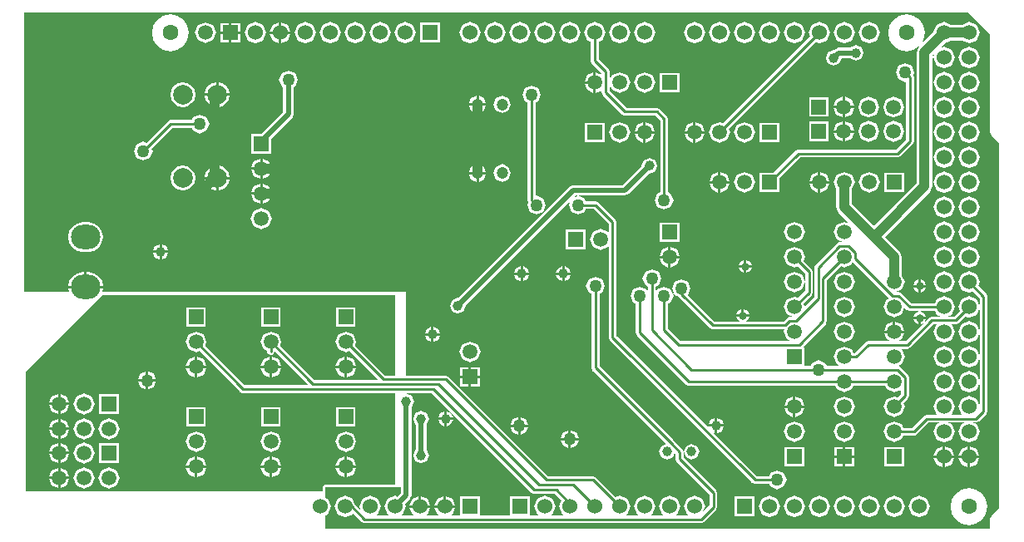
<source format=gbl>
G04 Layer_Physical_Order=2*
G04 Layer_Color=16711680*
%FSLAX44Y44*%
%MOMM*%
G71*
G01*
G75*
%ADD23C,0.5000*%
%ADD24C,0.2500*%
%ADD25C,1.0000*%
%ADD26C,0.2540*%
%ADD28C,1.5240*%
%ADD29R,1.5240X1.5240*%
%ADD30C,1.6000*%
%ADD31R,1.5000X1.5000*%
%ADD32C,1.5000*%
%ADD33R,1.5000X1.5000*%
%ADD34C,1.2000*%
%ADD35C,2.0000*%
%ADD36O,3.0000X2.5000*%
%ADD37C,1.0000*%
%ADD38C,1.2700*%
%ADD39C,0.8000*%
G36*
X519630Y39630D02*
X522500Y38441D01*
X543319D01*
X550340Y31420D01*
X547846Y25400D01*
X551054Y17655D01*
X553699Y16559D01*
X538501D01*
X541146Y17655D01*
X544354Y25400D01*
X541146Y33145D01*
X533400Y36354D01*
X525654Y33145D01*
X522446Y25400D01*
X525654Y17655D01*
X528299Y16559D01*
X518120D01*
Y35520D01*
X497880D01*
Y16559D01*
X467320D01*
Y35520D01*
X447080D01*
Y16559D01*
X437005D01*
X439576Y17624D01*
X442271Y24130D01*
X431800D01*
X421329D01*
X424024Y17624D01*
X426595Y16559D01*
X411605D01*
X414176Y17624D01*
X416871Y24130D01*
X406400D01*
X395929D01*
X398624Y17624D01*
X401195Y16559D01*
X386101D01*
X388745Y17655D01*
X391954Y25400D01*
X390987Y27733D01*
X396327Y33073D01*
X396327Y33073D01*
X396791Y34194D01*
X397912Y36900D01*
X397912Y36900D01*
Y126624D01*
X398239Y126760D01*
X400617Y132500D01*
X398239Y138240D01*
X392500Y140617D01*
Y140941D01*
X418319D01*
X519630Y39630D01*
D02*
G37*
G36*
X986812Y506431D02*
Y406400D01*
X986812Y406400D01*
X987921Y403721D01*
X996212Y395431D01*
Y23669D01*
X987921Y15379D01*
X986812Y12700D01*
X986812Y12700D01*
Y2500D01*
X310000D01*
Y16600D01*
X312546Y17655D01*
X315754Y25400D01*
X312546Y33145D01*
X310000Y34200D01*
Y45000D01*
X387088D01*
Y39141D01*
X383334Y35387D01*
X381000Y36354D01*
X373255Y33145D01*
X370046Y25400D01*
X373255Y17655D01*
X375899Y16559D01*
X360701D01*
X363345Y17655D01*
X366554Y25400D01*
X363345Y33145D01*
X355600Y36354D01*
X347854Y33145D01*
X344646Y25400D01*
X345923Y22317D01*
X339970Y28270D01*
X339964Y28273D01*
X337946Y33145D01*
X330200Y36354D01*
X322454Y33145D01*
X319246Y25400D01*
X322454Y17655D01*
X330200Y14446D01*
X337946Y17655D01*
X338285Y18475D01*
X347130Y9630D01*
X350000Y8441D01*
X692500D01*
X695370Y9630D01*
X707870Y22130D01*
X708218Y22970D01*
X709059Y25000D01*
Y39220D01*
X707870Y42090D01*
X674619Y75341D01*
Y80954D01*
X673430Y83825D01*
X664910Y92344D01*
X664680Y92900D01*
X589059Y168521D01*
Y242102D01*
X591773Y243227D01*
X594579Y250000D01*
X591773Y256773D01*
X585000Y259579D01*
X578227Y256773D01*
X575421Y250000D01*
X578227Y243227D01*
X580941Y242102D01*
Y166840D01*
X582130Y163970D01*
X657041Y89059D01*
X652120Y87020D01*
X649742Y81280D01*
X652120Y75540D01*
X657860Y73162D01*
X663600Y75540D01*
X665543Y80231D01*
X666501Y79273D01*
Y73660D01*
X667690Y70790D01*
X700941Y37539D01*
Y26681D01*
X694699Y20439D01*
X696754Y25400D01*
X693546Y33145D01*
X685800Y36354D01*
X678055Y33145D01*
X674846Y25400D01*
X678055Y17655D01*
X680699Y16559D01*
X665501D01*
X668146Y17655D01*
X671354Y25400D01*
X668146Y33145D01*
X660400Y36354D01*
X652654Y33145D01*
X649446Y25400D01*
X652654Y17655D01*
X655299Y16559D01*
X640101D01*
X642746Y17655D01*
X645954Y25400D01*
X642746Y33145D01*
X635000Y36354D01*
X627254Y33145D01*
X624046Y25400D01*
X627254Y17655D01*
X629899Y16559D01*
X614701D01*
X617346Y17655D01*
X620554Y25400D01*
X617346Y33145D01*
X609600Y36354D01*
X605914Y34827D01*
X585370Y55370D01*
X582500Y56559D01*
X536681D01*
X435370Y157870D01*
X432500Y159059D01*
X392500D01*
Y243840D01*
X82864D01*
X83622Y247650D01*
X66040D01*
X48458D01*
X49216Y243840D01*
X3788D01*
Y528712D01*
X964531D01*
X986812Y506431D01*
D02*
G37*
G36*
X381000Y159059D02*
X370581D01*
X340235Y189405D01*
X341724Y193000D01*
X338554Y200654D01*
X330900Y203824D01*
X323247Y200654D01*
X320076Y193000D01*
X323247Y185346D01*
X330900Y182176D01*
X334495Y183665D01*
X364101Y154059D01*
X299381D01*
X264035Y189405D01*
X265524Y193000D01*
X262354Y200654D01*
X254700Y203824D01*
X247047Y200654D01*
X243876Y193000D01*
X247047Y185346D01*
X250641Y183857D01*
Y183510D01*
X251830Y180640D01*
X254700Y179451D01*
X257570Y180640D01*
X258669Y183291D01*
X292901Y149059D01*
X228181D01*
X187835Y189405D01*
X189324Y193000D01*
X186154Y200654D01*
X178500Y203824D01*
X170847Y200654D01*
X167676Y193000D01*
X170847Y185346D01*
X178500Y182176D01*
X182095Y183665D01*
X222879Y142881D01*
X223190Y142130D01*
X226060Y140941D01*
X381000D01*
Y47706D01*
X310000D01*
X308087Y46913D01*
X307294Y45000D01*
Y40640D01*
X5080D01*
Y162560D01*
X83654Y241134D01*
X381000D01*
Y159059D01*
D02*
G37*
%LPC*%
G36*
X341241Y166330D02*
X332170D01*
Y157259D01*
X338585Y159916D01*
X341241Y166330D01*
D02*
G37*
G36*
X939800Y163354D02*
X932055Y160145D01*
X928846Y152400D01*
X932055Y144655D01*
X939800Y141446D01*
X947545Y144655D01*
X950754Y152400D01*
X947545Y160145D01*
X939800Y163354D01*
D02*
G37*
G36*
X137596Y152730D02*
X129770D01*
Y144904D01*
X135304Y147196D01*
X137596Y152730D01*
D02*
G37*
G36*
X127230D02*
X119404D01*
X121696Y147196D01*
X127230Y144904D01*
Y152730D01*
D02*
G37*
G36*
X788670Y137341D02*
Y128270D01*
X797741D01*
X795085Y134684D01*
X788670Y137341D01*
D02*
G37*
G36*
X786130D02*
X779716Y134684D01*
X777059Y128270D01*
X786130D01*
Y137341D01*
D02*
G37*
G36*
X40470Y140341D02*
Y131270D01*
X49541D01*
X46884Y137684D01*
X40470Y140341D01*
D02*
G37*
G36*
X37930Y140341D02*
X31516Y137684D01*
X28859Y131270D01*
X37930D01*
Y140341D01*
D02*
G37*
G36*
X455930Y156210D02*
X447160D01*
Y147440D01*
X455930D01*
Y156210D01*
D02*
G37*
G36*
X253430Y166330D02*
X244359D01*
X247016Y159916D01*
X253430Y157259D01*
Y166330D01*
D02*
G37*
G36*
X177230D02*
X168159D01*
X170816Y159916D01*
X177230Y157259D01*
Y166330D01*
D02*
G37*
G36*
X188841D02*
X179770D01*
Y157259D01*
X186185Y159916D01*
X188841Y166330D01*
D02*
G37*
G36*
X329630D02*
X320559D01*
X323216Y159916D01*
X329630Y157259D01*
Y166330D01*
D02*
G37*
G36*
X265041D02*
X255970D01*
Y157259D01*
X262384Y159916D01*
X265041Y166330D01*
D02*
G37*
G36*
X467240Y156210D02*
X458470D01*
Y147440D01*
X467240D01*
Y156210D01*
D02*
G37*
G36*
X129770Y163096D02*
Y155270D01*
X137596D01*
X135304Y160804D01*
X129770Y163096D01*
D02*
G37*
G36*
X127230D02*
X121696Y160804D01*
X119404Y155270D01*
X127230D01*
Y163096D01*
D02*
G37*
G36*
X508770Y116596D02*
Y108770D01*
X516596D01*
X514304Y114304D01*
X508770Y116596D01*
D02*
G37*
G36*
X506230D02*
X500696Y114304D01*
X498404Y108770D01*
X506230D01*
Y116596D01*
D02*
G37*
G36*
X709070Y115514D02*
Y109149D01*
X715435D01*
X713571Y113650D01*
X709070Y115514D01*
D02*
G37*
G36*
X706530D02*
X702029Y113650D01*
X700165Y109149D01*
X706530D01*
Y115514D01*
D02*
G37*
G36*
X440135Y113730D02*
X433770D01*
Y107365D01*
X438271Y109229D01*
X440135Y113730D01*
D02*
G37*
G36*
X264700Y126800D02*
X244700D01*
Y106800D01*
X264700D01*
Y126800D01*
D02*
G37*
G36*
X188500D02*
X168500D01*
Y106800D01*
X188500D01*
Y126800D01*
D02*
G37*
G36*
X431230Y113730D02*
X424865D01*
X426729Y109229D01*
X431230Y107365D01*
Y113730D01*
D02*
G37*
G36*
X340900Y126800D02*
X320900D01*
Y106800D01*
X340900D01*
Y126800D01*
D02*
G37*
G36*
X49541Y128730D02*
X40470D01*
Y119659D01*
X46884Y122316D01*
X49541Y128730D01*
D02*
G37*
G36*
X64600Y140824D02*
X56946Y137654D01*
X53776Y130000D01*
X56946Y122346D01*
X64600Y119176D01*
X72254Y122346D01*
X75424Y130000D01*
X72254Y137654D01*
X64600Y140824D01*
D02*
G37*
G36*
X100000Y140000D02*
X80000D01*
Y120000D01*
X100000D01*
Y140000D01*
D02*
G37*
G36*
X37930Y128730D02*
X28859D01*
X31516Y122316D01*
X37930Y119659D01*
Y128730D01*
D02*
G37*
G36*
X797741Y125730D02*
X788670D01*
Y116659D01*
X795085Y119316D01*
X797741Y125730D01*
D02*
G37*
G36*
X431230Y122635D02*
X426729Y120771D01*
X424865Y116270D01*
X431230D01*
Y122635D01*
D02*
G37*
G36*
X838200Y137824D02*
X830547Y134654D01*
X827376Y127000D01*
X830547Y119346D01*
X838200Y116176D01*
X845854Y119346D01*
X849024Y127000D01*
X845854Y134654D01*
X838200Y137824D01*
D02*
G37*
G36*
X786130Y125730D02*
X777059D01*
X779716Y119316D01*
X786130Y116659D01*
Y125730D01*
D02*
G37*
G36*
X433770Y122635D02*
Y116270D01*
X440135D01*
X438271Y120771D01*
X433770Y122635D01*
D02*
G37*
G36*
X64770Y264255D02*
X63540D01*
X57672Y263087D01*
X52697Y259763D01*
X49373Y254788D01*
X48458Y250190D01*
X64770D01*
Y264255D01*
D02*
G37*
G36*
X921553Y248730D02*
X916270D01*
Y243447D01*
X920005Y244995D01*
X921553Y248730D01*
D02*
G37*
G36*
X913730Y256553D02*
X909995Y255005D01*
X908447Y251270D01*
X913730D01*
Y256553D01*
D02*
G37*
G36*
X68540Y264255D02*
X67310D01*
Y250190D01*
X83622D01*
X82707Y254788D01*
X79383Y259763D01*
X74408Y263087D01*
X68540Y264255D01*
D02*
G37*
G36*
X939800Y264954D02*
X932055Y261745D01*
X928846Y254000D01*
X932055Y246255D01*
X939800Y243046D01*
X947545Y246255D01*
X950754Y254000D01*
X947545Y261745D01*
X939800Y264954D01*
D02*
G37*
G36*
X736270Y226553D02*
Y221270D01*
X741553D01*
X740005Y225005D01*
X736270Y226553D01*
D02*
G37*
G36*
X913730Y248730D02*
X908447D01*
X909995Y244995D01*
X913730Y243447D01*
Y248730D01*
D02*
G37*
G36*
X787400Y264824D02*
X779746Y261654D01*
X776576Y254000D01*
X779746Y246346D01*
X787400Y243176D01*
X795054Y246346D01*
X798224Y254000D01*
X795054Y261654D01*
X787400Y264824D01*
D02*
G37*
G36*
X916270Y256553D02*
Y251270D01*
X921553D01*
X920005Y255005D01*
X916270Y256553D01*
D02*
G37*
G36*
X744053Y268730D02*
X738770D01*
Y263447D01*
X742505Y264995D01*
X744053Y268730D01*
D02*
G37*
G36*
X736230D02*
X730947D01*
X732495Y264995D01*
X736230Y263447D01*
Y268730D01*
D02*
G37*
G36*
X511270Y270135D02*
Y263770D01*
X517635D01*
X515771Y268271D01*
X511270Y270135D01*
D02*
G37*
G36*
X508730D02*
X504229Y268271D01*
X502365Y263770D01*
X508730D01*
Y270135D01*
D02*
G37*
G36*
X517635Y261230D02*
X511270D01*
Y254865D01*
X515771Y256729D01*
X517635Y261230D01*
D02*
G37*
G36*
X508730D02*
X502365D01*
X504229Y256729D01*
X508730Y254865D01*
Y261230D01*
D02*
G37*
G36*
X560135D02*
X553770D01*
Y254865D01*
X558271Y256729D01*
X560135Y261230D01*
D02*
G37*
G36*
X551230D02*
X544865D01*
X546729Y256729D01*
X551230Y254865D01*
Y261230D01*
D02*
G37*
G36*
X733730Y226553D02*
X729995Y225005D01*
X728447Y221270D01*
X733730D01*
Y226553D01*
D02*
G37*
G36*
X329630Y177941D02*
X323216Y175284D01*
X320559Y168870D01*
X329630D01*
Y177941D01*
D02*
G37*
G36*
X253430D02*
X247016Y175284D01*
X244359Y168870D01*
X253430D01*
Y177941D01*
D02*
G37*
G36*
X255970Y177941D02*
Y168870D01*
X265041D01*
X262384Y175284D01*
X255970Y177941D01*
D02*
G37*
G36*
X179770D02*
Y168870D01*
X188841D01*
X186185Y175284D01*
X179770Y177941D01*
D02*
G37*
G36*
X467240Y167520D02*
X458470D01*
Y158750D01*
X467240D01*
Y167520D01*
D02*
G37*
G36*
X455930D02*
X447160D01*
Y158750D01*
X455930D01*
Y167520D01*
D02*
G37*
G36*
X177230Y177941D02*
X170816Y175284D01*
X168159Y168870D01*
X177230D01*
Y177941D01*
D02*
G37*
G36*
X939800Y188754D02*
X932055Y185546D01*
X928846Y177800D01*
X932055Y170054D01*
X939800Y166846D01*
X947545Y170054D01*
X950754Y177800D01*
X947545Y185546D01*
X939800Y188754D01*
D02*
G37*
G36*
X332170Y177941D02*
Y168870D01*
X341241D01*
X338585Y175284D01*
X332170Y177941D01*
D02*
G37*
G36*
X188500Y228400D02*
X168500D01*
Y208400D01*
X188500D01*
Y228400D01*
D02*
G37*
G36*
X420370Y208295D02*
Y201930D01*
X426735D01*
X424871Y206431D01*
X420370Y208295D01*
D02*
G37*
G36*
X340900Y228400D02*
X320900D01*
Y208400D01*
X340900D01*
Y228400D01*
D02*
G37*
G36*
X264700D02*
X244700D01*
Y208400D01*
X264700D01*
Y228400D01*
D02*
G37*
G36*
X417830Y199390D02*
X411465D01*
X413329Y194889D01*
X417830Y193025D01*
Y199390D01*
D02*
G37*
G36*
X457200Y193704D02*
X449546Y190534D01*
X446376Y182880D01*
X449546Y175226D01*
X457200Y172056D01*
X464854Y175226D01*
X468024Y182880D01*
X464854Y190534D01*
X457200Y193704D01*
D02*
G37*
G36*
X417830Y208295D02*
X413329Y206431D01*
X411465Y201930D01*
X417830D01*
Y208295D01*
D02*
G37*
G36*
X426735Y199390D02*
X420370D01*
Y193025D01*
X424871Y194889D01*
X426735Y199390D01*
D02*
G37*
G36*
X37930Y64941D02*
X31516Y62284D01*
X28859Y55870D01*
X37930D01*
Y64941D01*
D02*
G37*
G36*
X341241Y64730D02*
X332170D01*
Y55659D01*
X338585Y58316D01*
X341241Y64730D01*
D02*
G37*
G36*
X938530Y74930D02*
X929329D01*
X932024Y68424D01*
X938530Y65729D01*
Y74930D01*
D02*
G37*
G36*
X40470Y64941D02*
Y55870D01*
X49541D01*
X46884Y62284D01*
X40470Y64941D01*
D02*
G37*
G36*
X329630Y64730D02*
X320559D01*
X323216Y58316D01*
X329630Y55659D01*
Y64730D01*
D02*
G37*
G36*
X177230D02*
X168159D01*
X170816Y58316D01*
X177230Y55659D01*
Y64730D01*
D02*
G37*
G36*
X265041D02*
X255970D01*
Y55659D01*
X262384Y58316D01*
X265041Y64730D01*
D02*
G37*
G36*
X188841D02*
X179770D01*
Y55659D01*
X186185Y58316D01*
X188841Y64730D01*
D02*
G37*
G36*
X950271Y74930D02*
X941070D01*
Y65729D01*
X947576Y68424D01*
X950271Y74930D01*
D02*
G37*
G36*
X899000Y86200D02*
X879000D01*
Y66200D01*
X899000D01*
Y86200D01*
D02*
G37*
G36*
X797400Y86200D02*
X777400D01*
Y66200D01*
X797400D01*
Y86200D01*
D02*
G37*
G36*
X253430Y76341D02*
X247016Y73684D01*
X244359Y67270D01*
X253430D01*
Y76341D01*
D02*
G37*
G36*
X177230D02*
X170816Y73684D01*
X168159Y67270D01*
X177230D01*
Y76341D01*
D02*
G37*
G36*
X975671Y74930D02*
X966470D01*
Y65729D01*
X972976Y68424D01*
X975671Y74930D01*
D02*
G37*
G36*
X963930D02*
X954729D01*
X957424Y68424D01*
X963930Y65729D01*
Y74930D01*
D02*
G37*
G36*
X848240Y74930D02*
X839470D01*
Y66160D01*
X848240D01*
Y74930D01*
D02*
G37*
G36*
X836930D02*
X828160D01*
Y66160D01*
X836930D01*
Y74930D01*
D02*
G37*
G36*
X253430Y64730D02*
X244359D01*
X247016Y58316D01*
X253430Y55659D01*
Y64730D01*
D02*
G37*
G36*
X863600Y36354D02*
X855854Y33145D01*
X852646Y25400D01*
X855854Y17655D01*
X863600Y14446D01*
X871346Y17655D01*
X874554Y25400D01*
X871346Y33145D01*
X863600Y36354D01*
D02*
G37*
G36*
X838200D02*
X830454Y33145D01*
X827246Y25400D01*
X830454Y17655D01*
X838200Y14446D01*
X845946Y17655D01*
X849154Y25400D01*
X845946Y33145D01*
X838200Y36354D01*
D02*
G37*
G36*
X914400D02*
X906655Y33145D01*
X903446Y25400D01*
X906655Y17655D01*
X914400Y14446D01*
X922145Y17655D01*
X925354Y25400D01*
X922145Y33145D01*
X914400Y36354D01*
D02*
G37*
G36*
X889000D02*
X881255Y33145D01*
X878046Y25400D01*
X881255Y17655D01*
X889000Y14446D01*
X896746Y17655D01*
X899954Y25400D01*
X896746Y33145D01*
X889000Y36354D01*
D02*
G37*
G36*
X762000D02*
X754255Y33145D01*
X751046Y25400D01*
X754255Y17655D01*
X762000Y14446D01*
X769745Y17655D01*
X772954Y25400D01*
X769745Y33145D01*
X762000Y36354D01*
D02*
G37*
G36*
X965200Y44262D02*
X957982Y42827D01*
X951862Y38738D01*
X947773Y32618D01*
X946338Y25400D01*
X947773Y18182D01*
X951862Y12062D01*
X957982Y7973D01*
X965200Y6538D01*
X972418Y7973D01*
X978538Y12062D01*
X982627Y18182D01*
X984062Y25400D01*
X982627Y32618D01*
X978538Y38738D01*
X972418Y42827D01*
X965200Y44262D01*
D02*
G37*
G36*
X812800Y36354D02*
X805054Y33145D01*
X801846Y25400D01*
X805054Y17655D01*
X812800Y14446D01*
X820546Y17655D01*
X823754Y25400D01*
X820546Y33145D01*
X812800Y36354D01*
D02*
G37*
G36*
X787400D02*
X779654Y33145D01*
X776446Y25400D01*
X779654Y17655D01*
X787400Y14446D01*
X795145Y17655D01*
X798354Y25400D01*
X795145Y33145D01*
X787400Y36354D01*
D02*
G37*
G36*
X746720Y35520D02*
X726480D01*
Y15280D01*
X746720D01*
Y35520D01*
D02*
G37*
G36*
X90000Y65424D02*
X82346Y62254D01*
X79176Y54600D01*
X82346Y46946D01*
X90000Y43776D01*
X97654Y46946D01*
X100824Y54600D01*
X97654Y62254D01*
X90000Y65424D01*
D02*
G37*
G36*
X64600D02*
X56946Y62254D01*
X53776Y54600D01*
X56946Y46946D01*
X64600Y43776D01*
X72254Y46946D01*
X75424Y54600D01*
X72254Y62254D01*
X64600Y65424D01*
D02*
G37*
G36*
X37930Y53330D02*
X28859D01*
X31516Y46916D01*
X37930Y44259D01*
Y53330D01*
D02*
G37*
G36*
X49541D02*
X40470D01*
Y44259D01*
X46884Y46916D01*
X49541Y53330D01*
D02*
G37*
G36*
X430530Y35871D02*
X424024Y33176D01*
X421329Y26670D01*
X430530D01*
Y35871D01*
D02*
G37*
G36*
X405130D02*
X398624Y33176D01*
X395929Y26670D01*
X405130D01*
Y35871D01*
D02*
G37*
G36*
X433070Y35871D02*
Y26670D01*
X442271D01*
X439576Y33176D01*
X433070Y35871D01*
D02*
G37*
G36*
X407670D02*
Y26670D01*
X416871D01*
X414176Y33176D01*
X407670Y35871D01*
D02*
G37*
G36*
X329630Y76341D02*
X323216Y73684D01*
X320559Y67270D01*
X329630D01*
Y76341D01*
D02*
G37*
G36*
X838200Y112424D02*
X830547Y109254D01*
X827376Y101600D01*
X830547Y93946D01*
X838200Y90776D01*
X845854Y93946D01*
X849024Y101600D01*
X845854Y109254D01*
X838200Y112424D01*
D02*
G37*
G36*
X787400D02*
X779747Y109254D01*
X776576Y101600D01*
X779747Y93946D01*
X787400Y90776D01*
X795054Y93946D01*
X798224Y101600D01*
X795054Y109254D01*
X787400Y112424D01*
D02*
G37*
G36*
X90000Y115424D02*
X82346Y112254D01*
X79176Y104600D01*
X82346Y96946D01*
X90000Y93776D01*
X97654Y96946D01*
X100824Y104600D01*
X97654Y112254D01*
X90000Y115424D01*
D02*
G37*
G36*
X64600D02*
X56946Y112254D01*
X53776Y104600D01*
X56946Y96946D01*
X64600Y93776D01*
X72254Y96946D01*
X75424Y104600D01*
X72254Y112254D01*
X64600Y115424D01*
D02*
G37*
G36*
X40470Y90341D02*
Y81270D01*
X49541D01*
X46884Y87684D01*
X40470Y90341D01*
D02*
G37*
G36*
X37930Y90341D02*
X31516Y87684D01*
X28859Y81270D01*
X37930D01*
Y90341D01*
D02*
G37*
G36*
X567896Y92710D02*
X560070D01*
Y84884D01*
X565604Y87176D01*
X567896Y92710D01*
D02*
G37*
G36*
X557530D02*
X549704D01*
X551996Y87176D01*
X557530Y84884D01*
Y92710D01*
D02*
G37*
G36*
X49541Y103330D02*
X40470D01*
Y94259D01*
X46884Y96916D01*
X49541Y103330D01*
D02*
G37*
G36*
X715435Y106609D02*
X709070D01*
Y100244D01*
X713571Y102108D01*
X715435Y106609D01*
D02*
G37*
G36*
X516596Y106230D02*
X508770D01*
Y98404D01*
X514304Y100696D01*
X516596Y106230D01*
D02*
G37*
G36*
X40470Y114941D02*
Y105870D01*
X49541D01*
X46884Y112284D01*
X40470Y114941D01*
D02*
G37*
G36*
X37930Y114941D02*
X31516Y112284D01*
X28859Y105870D01*
X37930D01*
Y114941D01*
D02*
G37*
G36*
X557530Y103076D02*
X551996Y100784D01*
X549704Y95250D01*
X557530D01*
Y103076D01*
D02*
G37*
G36*
X37930Y103330D02*
X28859D01*
X31516Y96916D01*
X37930Y94259D01*
Y103330D01*
D02*
G37*
G36*
X506230Y106230D02*
X498404D01*
X500696Y100696D01*
X506230Y98404D01*
Y106230D01*
D02*
G37*
G36*
X560070Y103076D02*
Y95250D01*
X567896D01*
X565604Y100784D01*
X560070Y103076D01*
D02*
G37*
G36*
X330900Y102224D02*
X323247Y99054D01*
X320076Y91400D01*
X323247Y83746D01*
X330900Y80576D01*
X338554Y83746D01*
X341724Y91400D01*
X338554Y99054D01*
X330900Y102224D01*
D02*
G37*
G36*
X49541Y78730D02*
X40470D01*
Y69659D01*
X46884Y72316D01*
X49541Y78730D01*
D02*
G37*
G36*
X407500Y123118D02*
X401760Y120740D01*
X399382Y115000D01*
X401760Y109260D01*
X402088Y109124D01*
Y83376D01*
X401760Y83240D01*
X399382Y77500D01*
X401760Y71760D01*
X407500Y69382D01*
X413240Y71760D01*
X415618Y77500D01*
X413240Y83240D01*
X412912Y83376D01*
Y109124D01*
X413240Y109260D01*
X415618Y115000D01*
X413240Y120740D01*
X407500Y123118D01*
D02*
G37*
G36*
X100000Y90000D02*
X80000D01*
Y70000D01*
X100000D01*
Y90000D01*
D02*
G37*
G36*
X37930Y78730D02*
X28859D01*
X31516Y72316D01*
X37930Y69659D01*
Y78730D01*
D02*
G37*
G36*
X255970Y76341D02*
Y67270D01*
X265041D01*
X262384Y73684D01*
X255970Y76341D01*
D02*
G37*
G36*
X179770D02*
Y67270D01*
X188841D01*
X186185Y73684D01*
X179770Y76341D01*
D02*
G37*
G36*
X64600Y90824D02*
X56946Y87654D01*
X53776Y80000D01*
X56946Y72346D01*
X64600Y69176D01*
X72254Y72346D01*
X75424Y80000D01*
X72254Y87654D01*
X64600Y90824D01*
D02*
G37*
G36*
X332170Y76341D02*
Y67270D01*
X341241D01*
X338585Y73684D01*
X332170Y76341D01*
D02*
G37*
G36*
X682860Y89398D02*
X677120Y87020D01*
X674742Y81280D01*
X677120Y75540D01*
X682860Y73162D01*
X688600Y75540D01*
X690978Y81280D01*
X688600Y87020D01*
X682860Y89398D01*
D02*
G37*
G36*
X966470Y86671D02*
Y77470D01*
X975671D01*
X972976Y83976D01*
X966470Y86671D01*
D02*
G37*
G36*
X963930D02*
X957424Y83976D01*
X954729Y77470D01*
X963930D01*
Y86671D01*
D02*
G37*
G36*
X254700Y102224D02*
X247047Y99054D01*
X243876Y91400D01*
X247047Y83746D01*
X254700Y80576D01*
X262354Y83746D01*
X265524Y91400D01*
X262354Y99054D01*
X254700Y102224D01*
D02*
G37*
G36*
X178500D02*
X170847Y99054D01*
X167676Y91400D01*
X170847Y83746D01*
X178500Y80576D01*
X186154Y83746D01*
X189324Y91400D01*
X186154Y99054D01*
X178500Y102224D01*
D02*
G37*
G36*
X848240Y86240D02*
X839470D01*
Y77470D01*
X848240D01*
Y86240D01*
D02*
G37*
G36*
X836930D02*
X828160D01*
Y77470D01*
X836930D01*
Y86240D01*
D02*
G37*
G36*
X941070Y86671D02*
Y77470D01*
X950271D01*
X947576Y83976D01*
X941070Y86671D01*
D02*
G37*
G36*
X938530D02*
X932024Y83976D01*
X929329Y77470D01*
X938530D01*
Y86671D01*
D02*
G37*
G36*
X198730Y443730D02*
X187467D01*
X188188Y440107D01*
X190959Y435959D01*
X195107Y433187D01*
X198730Y432467D01*
Y443730D01*
D02*
G37*
G36*
X165000Y457745D02*
X160123Y456775D01*
X155988Y454012D01*
X153225Y449877D01*
X152255Y445000D01*
X153225Y440123D01*
X155988Y435988D01*
X160123Y433225D01*
X165000Y432255D01*
X169877Y433225D01*
X174012Y435988D01*
X176775Y440123D01*
X177745Y445000D01*
X176775Y449877D01*
X174012Y454012D01*
X169877Y456775D01*
X165000Y457745D01*
D02*
G37*
G36*
X836630Y442841D02*
X830216Y440184D01*
X827559Y433770D01*
X836630D01*
Y442841D01*
D02*
G37*
G36*
X212533Y443730D02*
X201270D01*
Y432467D01*
X204893Y433187D01*
X209041Y435959D01*
X211812Y440107D01*
X212533Y443730D01*
D02*
G37*
G36*
X473718Y433730D02*
X466270D01*
Y426282D01*
X471536Y428464D01*
X473718Y433730D01*
D02*
G37*
G36*
X822500Y442500D02*
X802500D01*
Y422500D01*
X822500D01*
Y442500D01*
D02*
G37*
G36*
X848241Y431230D02*
X839170D01*
Y422159D01*
X845584Y424816D01*
X848241Y431230D01*
D02*
G37*
G36*
X463730Y433730D02*
X456283D01*
X458464Y428464D01*
X463730Y426282D01*
Y433730D01*
D02*
G37*
G36*
X490000Y444200D02*
X483494Y441506D01*
X480800Y435000D01*
X483494Y428494D01*
X490000Y425800D01*
X496506Y428494D01*
X499200Y435000D01*
X496506Y441506D01*
X490000Y444200D01*
D02*
G37*
G36*
X201270Y457533D02*
Y446270D01*
X212533D01*
X211812Y449893D01*
X209041Y454041D01*
X204893Y456812D01*
X201270Y457533D01*
D02*
G37*
G36*
X198730D02*
X195107Y456812D01*
X190959Y454041D01*
X188188Y449893D01*
X187467Y446270D01*
X198730D01*
Y457533D01*
D02*
G37*
G36*
X582930Y455930D02*
X573859D01*
X576516Y449516D01*
X582930Y446859D01*
Y455930D01*
D02*
G37*
G36*
X635000Y468024D02*
X627347Y464854D01*
X624176Y457200D01*
X627347Y449546D01*
X635000Y446376D01*
X642654Y449546D01*
X645824Y457200D01*
X642654Y464854D01*
X635000Y468024D01*
D02*
G37*
G36*
X965200Y468154D02*
X957455Y464945D01*
X954246Y457200D01*
X957455Y449454D01*
X965200Y446246D01*
X972945Y449454D01*
X976154Y457200D01*
X972945Y464945D01*
X965200Y468154D01*
D02*
G37*
G36*
X463730Y443718D02*
X458464Y441536D01*
X456283Y436270D01*
X463730D01*
Y443718D01*
D02*
G37*
G36*
X839170Y442841D02*
Y433770D01*
X848241D01*
X845584Y440184D01*
X839170Y442841D01*
D02*
G37*
G36*
X939800Y468154D02*
X932055Y464945D01*
X928846Y457200D01*
X932055Y449454D01*
X939800Y446246D01*
X947545Y449454D01*
X950754Y457200D01*
X947545Y464945D01*
X939800Y468154D01*
D02*
G37*
G36*
X466270Y443718D02*
Y436270D01*
X473718D01*
X471536Y441536D01*
X466270Y443718D01*
D02*
G37*
G36*
X836630Y431230D02*
X827559D01*
X830216Y424816D01*
X836630Y422159D01*
Y431230D01*
D02*
G37*
G36*
X822500Y417500D02*
X802500D01*
Y397500D01*
X822500D01*
Y417500D01*
D02*
G37*
G36*
X848241Y406230D02*
X839170D01*
Y397159D01*
X845584Y399816D01*
X848241Y406230D01*
D02*
G37*
G36*
X684530Y416741D02*
X678116Y414084D01*
X675459Y407670D01*
X684530D01*
Y416741D01*
D02*
G37*
G36*
X182500Y424578D02*
X175726Y421773D01*
X174602Y419059D01*
X152500D01*
X150471Y418218D01*
X149630Y417870D01*
X127715Y395955D01*
X125000Y397079D01*
X118226Y394273D01*
X115421Y387500D01*
X118226Y380727D01*
X125000Y377921D01*
X131774Y380727D01*
X134579Y387500D01*
X133455Y390215D01*
X154181Y410941D01*
X174601D01*
X175726Y408226D01*
X182500Y405420D01*
X189273Y408226D01*
X192079Y414999D01*
X189273Y421773D01*
X182500Y424578D01*
D02*
G37*
G36*
X836630Y406230D02*
X827559D01*
X830216Y399816D01*
X836630Y397159D01*
Y406230D01*
D02*
G37*
G36*
X772000Y416400D02*
X752000D01*
Y396400D01*
X772000D01*
Y416400D01*
D02*
G37*
G36*
X594200D02*
X574200D01*
Y396400D01*
X594200D01*
Y416400D01*
D02*
G37*
G36*
X888700Y418324D02*
X881047Y415154D01*
X877876Y407500D01*
X881047Y399846D01*
X888700Y396676D01*
X896354Y399846D01*
X899524Y407500D01*
X896354Y415154D01*
X888700Y418324D01*
D02*
G37*
G36*
X863300D02*
X855647Y415154D01*
X852476Y407500D01*
X855647Y399846D01*
X863300Y396676D01*
X870954Y399846D01*
X874124Y407500D01*
X870954Y415154D01*
X863300Y418324D01*
D02*
G37*
G36*
X965200Y442754D02*
X957455Y439546D01*
X954246Y431800D01*
X957455Y424054D01*
X965200Y420846D01*
X972945Y424054D01*
X976154Y431800D01*
X972945Y439546D01*
X965200Y442754D01*
D02*
G37*
G36*
X939800D02*
X932055Y439546D01*
X928846Y431800D01*
X932055Y424054D01*
X939800Y420846D01*
X947545Y424054D01*
X950754Y431800D01*
X947545Y439546D01*
X939800Y442754D01*
D02*
G37*
G36*
X888700Y443324D02*
X881046Y440154D01*
X877876Y432500D01*
X881046Y424846D01*
X888700Y421676D01*
X896354Y424846D01*
X899524Y432500D01*
X896354Y440154D01*
X888700Y443324D01*
D02*
G37*
G36*
X863300D02*
X855646Y440154D01*
X852476Y432500D01*
X855646Y424846D01*
X863300Y421676D01*
X870954Y424846D01*
X874124Y432500D01*
X870954Y440154D01*
X863300Y443324D01*
D02*
G37*
G36*
X839170Y417841D02*
Y408770D01*
X848241D01*
X845584Y415184D01*
X839170Y417841D01*
D02*
G37*
G36*
X636270Y416741D02*
Y407670D01*
X645341D01*
X642684Y414084D01*
X636270Y416741D01*
D02*
G37*
G36*
X633730D02*
X627316Y414084D01*
X624659Y407670D01*
X633730D01*
Y416741D01*
D02*
G37*
G36*
X836630Y417841D02*
X830216Y415184D01*
X827559Y408770D01*
X836630D01*
Y417841D01*
D02*
G37*
G36*
X687070Y416741D02*
Y407670D01*
X696141D01*
X693484Y414084D01*
X687070Y416741D01*
D02*
G37*
G36*
X670400Y467200D02*
X650400D01*
Y447200D01*
X670400D01*
Y467200D01*
D02*
G37*
G36*
X863600Y518954D02*
X855854Y515746D01*
X852646Y508000D01*
X855854Y500255D01*
X863600Y497046D01*
X871346Y500255D01*
X874554Y508000D01*
X871346Y515746D01*
X863600Y518954D01*
D02*
G37*
G36*
X838200D02*
X830454Y515746D01*
X827246Y508000D01*
X830454Y500255D01*
X838200Y497046D01*
X845946Y500255D01*
X849154Y508000D01*
X845946Y515746D01*
X838200Y518954D01*
D02*
G37*
G36*
X187960Y518824D02*
X180307Y515654D01*
X177136Y508000D01*
X180307Y500346D01*
X187960Y497176D01*
X195614Y500346D01*
X198784Y508000D01*
X195614Y515654D01*
X187960Y518824D01*
D02*
G37*
G36*
X901700Y526862D02*
X894482Y525427D01*
X888362Y521338D01*
X884273Y515218D01*
X882838Y508000D01*
X884273Y500782D01*
X888362Y494662D01*
X894482Y490573D01*
X901700Y489138D01*
X908918Y490573D01*
X914870Y494550D01*
X914260Y493940D01*
X911882Y488200D01*
Y354962D01*
X868400Y311481D01*
X846318Y333563D01*
Y349067D01*
X849024Y355600D01*
X845854Y363254D01*
X838200Y366424D01*
X830547Y363254D01*
X827376Y355600D01*
X830082Y349067D01*
Y330200D01*
X832460Y324460D01*
X843485Y313435D01*
X838200Y315624D01*
X830547Y312454D01*
X827376Y304800D01*
X830547Y297146D01*
X836431Y294709D01*
X833540D01*
X830670Y293520D01*
X808830Y271680D01*
X807641Y268810D01*
Y238671D01*
X798032Y229063D01*
X796735Y232195D01*
X805370Y240830D01*
X806559Y243700D01*
Y264300D01*
X805370Y267170D01*
X796735Y275805D01*
X798224Y279400D01*
X795054Y287054D01*
X787400Y290224D01*
X779746Y287054D01*
X776576Y279400D01*
X779746Y271746D01*
X787400Y268576D01*
X790995Y270065D01*
X798441Y262619D01*
Y245381D01*
X790995Y237935D01*
X787400Y239424D01*
X779746Y236254D01*
X776576Y228600D01*
X779746Y220946D01*
X785631Y218509D01*
X782740D01*
X779870Y217320D01*
X776609Y214059D01*
X737747D01*
X740005Y214995D01*
X741553Y218730D01*
X728447D01*
X729995Y214995D01*
X732253Y214059D01*
X705965D01*
X679280Y240743D01*
X682079Y247500D01*
X679274Y254273D01*
X672500Y257079D01*
X665726Y254273D01*
X662921Y247500D01*
X665726Y240727D01*
X669532Y239150D01*
X669630Y238913D01*
X701413Y207130D01*
X704284Y205941D01*
X777711D01*
X776576Y203200D01*
X779746Y195546D01*
X783337Y194059D01*
X671681D01*
X659059Y206681D01*
Y232102D01*
X661774Y233227D01*
X664579Y240000D01*
X661774Y246773D01*
X655000Y249579D01*
X648226Y246773D01*
X646559Y242748D01*
Y249602D01*
X649274Y250727D01*
X652079Y257500D01*
X649274Y264273D01*
X642500Y267079D01*
X635727Y264273D01*
X632921Y257500D01*
X635727Y250727D01*
X638441Y249602D01*
Y242748D01*
X636773Y246773D01*
X630000Y249579D01*
X623227Y246773D01*
X620421Y240000D01*
X623227Y233227D01*
X625941Y232102D01*
Y202500D01*
X627130Y199630D01*
X677230Y149530D01*
X680100Y148341D01*
X829058D01*
X830547Y144746D01*
X838200Y141576D01*
X845854Y144746D01*
X847343Y148341D01*
X879857D01*
X881346Y144746D01*
X889000Y141576D01*
X895941Y144451D01*
Y139681D01*
X892595Y136335D01*
X889000Y137824D01*
X881346Y134654D01*
X878176Y127000D01*
X881346Y119346D01*
X889000Y116176D01*
X896654Y119346D01*
X899824Y127000D01*
X898335Y130595D01*
X902870Y135130D01*
X904059Y138000D01*
Y147136D01*
X904309Y147740D01*
Y157060D01*
X903468Y159089D01*
X903120Y159930D01*
X895180Y167870D01*
X893169Y168703D01*
X896654Y170146D01*
X899824Y177800D01*
X896654Y185454D01*
X895477Y185941D01*
X902500D01*
X905370Y187130D01*
X929181Y210941D01*
X932053D01*
X928846Y203200D01*
X932055Y195455D01*
X939800Y192246D01*
X947545Y195455D01*
X950754Y203200D01*
X947547Y210941D01*
X951600D01*
X954470Y212130D01*
X961514Y219173D01*
X965200Y217646D01*
X972945Y220854D01*
X975941Y228086D01*
Y203714D01*
X972945Y210945D01*
X965200Y214154D01*
X957455Y210945D01*
X954246Y203200D01*
X957455Y195455D01*
X965200Y192246D01*
X972945Y195455D01*
X975941Y202686D01*
Y178314D01*
X972945Y185546D01*
X965200Y188754D01*
X957455Y185546D01*
X954246Y177800D01*
X957455Y170054D01*
X965200Y166846D01*
X972945Y170054D01*
X975941Y177286D01*
Y152914D01*
X972945Y160145D01*
X965200Y163354D01*
X957455Y160145D01*
X954246Y152400D01*
X957455Y144655D01*
X965200Y141446D01*
X972945Y144655D01*
X975941Y151886D01*
Y127514D01*
X972945Y134746D01*
X965200Y137954D01*
X957455Y134746D01*
X954246Y127000D01*
X957455Y119255D01*
X957927Y119059D01*
X947073D01*
X947545Y119255D01*
X950754Y127000D01*
X947545Y134746D01*
X939800Y137954D01*
X932055Y134746D01*
X928846Y127000D01*
X932055Y119255D01*
X932527Y119059D01*
X922500D01*
X919630Y117870D01*
X907419Y105659D01*
X898143D01*
X896654Y109254D01*
X889000Y112424D01*
X881346Y109254D01*
X878176Y101600D01*
X881346Y93946D01*
X889000Y90776D01*
X896654Y93946D01*
X898143Y97541D01*
X909100D01*
X911970Y98730D01*
X924181Y110941D01*
X935907D01*
X932055Y109346D01*
X928846Y101600D01*
X932055Y93855D01*
X939800Y90646D01*
X947545Y93855D01*
X950754Y101600D01*
X947545Y109346D01*
X943693Y110941D01*
X961307D01*
X957455Y109346D01*
X954246Y101600D01*
X957455Y93855D01*
X965200Y90646D01*
X972945Y93855D01*
X976154Y101600D01*
X972945Y109346D01*
X969093Y110941D01*
X972500D01*
X975370Y112130D01*
X982870Y119630D01*
X983218Y120471D01*
X984059Y122500D01*
Y239200D01*
X982870Y242070D01*
X974627Y250313D01*
X976154Y254000D01*
X972945Y261745D01*
X965200Y264954D01*
X957455Y261745D01*
X954246Y254000D01*
X957455Y246255D01*
X965200Y243046D01*
X968887Y244573D01*
X975941Y237519D01*
Y229114D01*
X972945Y236346D01*
X965200Y239554D01*
X957455Y236346D01*
X954246Y228600D01*
X955773Y224913D01*
X949919Y219059D01*
X943211D01*
X947545Y220854D01*
X950754Y228600D01*
X947545Y236346D01*
X939800Y239554D01*
X932055Y236346D01*
X930527Y232659D01*
X906591D01*
X896530Y242720D01*
X893660Y243909D01*
X890769D01*
X896654Y246346D01*
X899824Y254000D01*
X897118Y260533D01*
Y279400D01*
X894740Y285140D01*
X879881Y300000D01*
X925740Y345860D01*
X928118Y351600D01*
Y484837D01*
X930943Y487662D01*
X928846Y482600D01*
X932055Y474855D01*
X939800Y471646D01*
X947545Y474855D01*
X950754Y482600D01*
X947545Y490345D01*
X939800Y493554D01*
X934738Y491457D01*
X940700Y497419D01*
X946646Y499882D01*
X958354D01*
X965200Y497046D01*
X972945Y500255D01*
X976154Y508000D01*
X972945Y515746D01*
X965200Y518954D01*
X958353Y516118D01*
X946647D01*
X939800Y518954D01*
X932055Y515746D01*
X929218Y508899D01*
X915150Y494830D01*
X919127Y500782D01*
X920562Y508000D01*
X919127Y515218D01*
X915038Y521338D01*
X908918Y525427D01*
X901700Y526862D01*
D02*
G37*
G36*
X812800Y518954D02*
X805054Y515746D01*
X801846Y508000D01*
X803364Y504335D01*
X714773Y415744D01*
X711200Y417224D01*
X703547Y414054D01*
X700376Y406400D01*
X703547Y398746D01*
X711200Y395576D01*
X718854Y398746D01*
X722024Y406400D01*
X720544Y409973D01*
X809135Y498564D01*
X812800Y497046D01*
X820546Y500255D01*
X823754Y508000D01*
X820546Y515746D01*
X812800Y518954D01*
D02*
G37*
G36*
X736600D02*
X728855Y515746D01*
X725646Y508000D01*
X728855Y500255D01*
X736600Y497046D01*
X744345Y500255D01*
X747554Y508000D01*
X744345Y515746D01*
X736600Y518954D01*
D02*
G37*
G36*
X711200D02*
X703455Y515746D01*
X700246Y508000D01*
X703455Y500255D01*
X711200Y497046D01*
X718945Y500255D01*
X722154Y508000D01*
X718945Y515746D01*
X711200Y518954D01*
D02*
G37*
G36*
X787400D02*
X779654Y515746D01*
X776446Y508000D01*
X779654Y500255D01*
X787400Y497046D01*
X795145Y500255D01*
X798354Y508000D01*
X795145Y515746D01*
X787400Y518954D01*
D02*
G37*
G36*
X762000D02*
X754255Y515746D01*
X751046Y508000D01*
X754255Y500255D01*
X762000Y497046D01*
X769745Y500255D01*
X772954Y508000D01*
X769745Y515746D01*
X762000Y518954D01*
D02*
G37*
G36*
X223400Y518040D02*
X214630D01*
Y509270D01*
X223400D01*
Y518040D01*
D02*
G37*
G36*
X212090D02*
X203320D01*
Y509270D01*
X212090D01*
Y518040D01*
D02*
G37*
G36*
X265430Y518471D02*
Y509270D01*
X274631D01*
X271936Y515776D01*
X265430Y518471D01*
D02*
G37*
G36*
X262890D02*
X256384Y515776D01*
X253689Y509270D01*
X262890D01*
Y518471D01*
D02*
G37*
G36*
X223400Y506730D02*
X214630D01*
Y497960D01*
X223400D01*
Y506730D01*
D02*
G37*
G36*
X274631Y506730D02*
X265430D01*
Y497529D01*
X271936Y500224D01*
X274631Y506730D01*
D02*
G37*
G36*
X262890D02*
X253689D01*
X256384Y500224D01*
X262890Y497529D01*
Y506730D01*
D02*
G37*
G36*
X212090Y506730D02*
X203320D01*
Y497960D01*
X212090D01*
Y506730D01*
D02*
G37*
G36*
X426680Y518120D02*
X406440D01*
Y497880D01*
X426680D01*
Y518120D01*
D02*
G37*
G36*
X685800Y518954D02*
X678055Y515746D01*
X674846Y508000D01*
X678055Y500255D01*
X685800Y497046D01*
X693546Y500255D01*
X696754Y508000D01*
X693546Y515746D01*
X685800Y518954D01*
D02*
G37*
G36*
X289560D02*
X281814Y515746D01*
X278606Y508000D01*
X281814Y500255D01*
X289560Y497046D01*
X297306Y500255D01*
X300514Y508000D01*
X297306Y515746D01*
X289560Y518954D01*
D02*
G37*
G36*
X238760D02*
X231014Y515746D01*
X227806Y508000D01*
X231014Y500255D01*
X238760Y497046D01*
X246506Y500255D01*
X249714Y508000D01*
X246506Y515746D01*
X238760Y518954D01*
D02*
G37*
G36*
X340360D02*
X332615Y515746D01*
X329406Y508000D01*
X332615Y500255D01*
X340360Y497046D01*
X348106Y500255D01*
X351314Y508000D01*
X348106Y515746D01*
X340360Y518954D01*
D02*
G37*
G36*
X314960D02*
X307215Y515746D01*
X304006Y508000D01*
X307215Y500255D01*
X314960Y497046D01*
X322705Y500255D01*
X325914Y508000D01*
X322705Y515746D01*
X314960Y518954D01*
D02*
G37*
G36*
X850000Y495618D02*
X844260Y493240D01*
X844124Y492912D01*
X832500D01*
X832500Y492912D01*
X829794Y491791D01*
X828673Y491327D01*
X828673Y491327D01*
X827828Y490482D01*
X827500Y490618D01*
X821760Y488240D01*
X819382Y482500D01*
X821760Y476760D01*
X827500Y474382D01*
X833240Y476760D01*
X835447Y482088D01*
X844124D01*
X844260Y481760D01*
X850000Y479382D01*
X855740Y481760D01*
X858118Y487500D01*
X855740Y493240D01*
X850000Y495618D01*
D02*
G37*
G36*
X584200Y518954D02*
X576455Y515746D01*
X573246Y508000D01*
X576455Y500255D01*
X580141Y498727D01*
Y479700D01*
X581330Y476830D01*
X591391Y466769D01*
Y465089D01*
X585470Y467541D01*
Y457200D01*
Y446859D01*
X591391Y449311D01*
Y447050D01*
X592580Y444180D01*
X612130Y424630D01*
X615000Y423441D01*
X645819D01*
X650941Y418319D01*
Y345398D01*
X648226Y344273D01*
X645421Y337500D01*
X648226Y330727D01*
X655000Y327921D01*
X661774Y330727D01*
X664579Y337500D01*
X661774Y344273D01*
X659059Y345398D01*
Y420000D01*
X657870Y422870D01*
X650370Y430370D01*
X647500Y431559D01*
X616681D01*
X599509Y448731D01*
Y455431D01*
X601947Y449546D01*
X609600Y446376D01*
X617254Y449546D01*
X620424Y457200D01*
X617254Y464854D01*
X609600Y468024D01*
X601947Y464854D01*
X599509Y458969D01*
Y468450D01*
X598320Y471320D01*
X588259Y481381D01*
Y498728D01*
X591945Y500255D01*
X595154Y508000D01*
X591945Y515746D01*
X584200Y518954D01*
D02*
G37*
G36*
X582930Y467541D02*
X576516Y464884D01*
X573859Y458470D01*
X582930D01*
Y467541D01*
D02*
G37*
G36*
X152400Y526862D02*
X145182Y525427D01*
X139062Y521338D01*
X134973Y515218D01*
X133538Y508000D01*
X134973Y500782D01*
X139062Y494662D01*
X145182Y490573D01*
X152400Y489138D01*
X159618Y490573D01*
X165738Y494662D01*
X169827Y500782D01*
X171262Y508000D01*
X169827Y515218D01*
X165738Y521338D01*
X159618Y525427D01*
X152400Y526862D01*
D02*
G37*
G36*
X965200Y493554D02*
X957455Y490345D01*
X954246Y482600D01*
X957455Y474855D01*
X965200Y471646D01*
X972945Y474855D01*
X976154Y482600D01*
X972945Y490345D01*
X965200Y493554D01*
D02*
G37*
G36*
X558800Y518954D02*
X551054Y515746D01*
X547846Y508000D01*
X551054Y500255D01*
X558800Y497046D01*
X566545Y500255D01*
X569754Y508000D01*
X566545Y515746D01*
X558800Y518954D01*
D02*
G37*
G36*
X533400D02*
X525654Y515746D01*
X522446Y508000D01*
X525654Y500255D01*
X533400Y497046D01*
X541146Y500255D01*
X544354Y508000D01*
X541146Y515746D01*
X533400Y518954D01*
D02*
G37*
G36*
X635000D02*
X627254Y515746D01*
X624046Y508000D01*
X627254Y500255D01*
X635000Y497046D01*
X642746Y500255D01*
X645954Y508000D01*
X642746Y515746D01*
X635000Y518954D01*
D02*
G37*
G36*
X609600D02*
X601855Y515746D01*
X598646Y508000D01*
X601855Y500255D01*
X609600Y497046D01*
X617346Y500255D01*
X620554Y508000D01*
X617346Y515746D01*
X609600Y518954D01*
D02*
G37*
G36*
X508000D02*
X500255Y515746D01*
X497046Y508000D01*
X500255Y500255D01*
X508000Y497046D01*
X515746Y500255D01*
X518954Y508000D01*
X515746Y515746D01*
X508000Y518954D01*
D02*
G37*
G36*
X391160D02*
X383414Y515746D01*
X380206Y508000D01*
X383414Y500255D01*
X391160Y497046D01*
X398905Y500255D01*
X402114Y508000D01*
X398905Y515746D01*
X391160Y518954D01*
D02*
G37*
G36*
X365760D02*
X358014Y515746D01*
X354806Y508000D01*
X358014Y500255D01*
X365760Y497046D01*
X373506Y500255D01*
X376714Y508000D01*
X373506Y515746D01*
X365760Y518954D01*
D02*
G37*
G36*
X482600D02*
X474855Y515746D01*
X471646Y508000D01*
X474855Y500255D01*
X482600Y497046D01*
X490345Y500255D01*
X493554Y508000D01*
X490345Y515746D01*
X482600Y518954D01*
D02*
G37*
G36*
X457200D02*
X449454Y515746D01*
X446246Y508000D01*
X449454Y500255D01*
X457200Y497046D01*
X464945Y500255D01*
X468154Y508000D01*
X464945Y515746D01*
X457200Y518954D01*
D02*
G37*
G36*
X965200Y341154D02*
X957455Y337946D01*
X954246Y330200D01*
X957455Y322454D01*
X965200Y319246D01*
X972945Y322454D01*
X976154Y330200D01*
X972945Y337946D01*
X965200Y341154D01*
D02*
G37*
G36*
X939800D02*
X932055Y337946D01*
X928846Y330200D01*
X932055Y322454D01*
X939800Y319246D01*
X947545Y322454D01*
X950754Y330200D01*
X947545Y337946D01*
X939800Y341154D01*
D02*
G37*
G36*
X243730Y342930D02*
X234659D01*
X237316Y336516D01*
X243730Y333859D01*
Y342930D01*
D02*
G37*
G36*
X520000Y454579D02*
X513227Y451773D01*
X510421Y445000D01*
X513227Y438227D01*
X515941Y437102D01*
Y337500D01*
X516716Y335628D01*
X515421Y332500D01*
X518227Y325727D01*
X525000Y322921D01*
X531773Y325727D01*
X534579Y332500D01*
X531773Y339273D01*
X525000Y342079D01*
X524059Y341689D01*
Y437102D01*
X526773Y438227D01*
X529579Y445000D01*
X526773Y451773D01*
X520000Y454579D01*
D02*
G37*
G36*
X787400Y315624D02*
X779746Y312454D01*
X776576Y304800D01*
X779746Y297146D01*
X787400Y293976D01*
X795054Y297146D01*
X798224Y304800D01*
X795054Y312454D01*
X787400Y315624D01*
D02*
G37*
G36*
X965200Y315754D02*
X957455Y312546D01*
X954246Y304800D01*
X957455Y297055D01*
X965200Y293846D01*
X972945Y297055D01*
X976154Y304800D01*
X972945Y312546D01*
X965200Y315754D01*
D02*
G37*
G36*
X245000Y329624D02*
X237346Y326453D01*
X234176Y318800D01*
X237346Y311146D01*
X245000Y307976D01*
X252654Y311146D01*
X255824Y318800D01*
X252654Y326453D01*
X245000Y329624D01*
D02*
G37*
G36*
X670400Y314800D02*
X650400D01*
Y294800D01*
X670400D01*
Y314800D01*
D02*
G37*
G36*
X255341Y342930D02*
X246270D01*
Y333859D01*
X252684Y336516D01*
X255341Y342930D01*
D02*
G37*
G36*
X811530Y354330D02*
X802459D01*
X805116Y347916D01*
X811530Y345259D01*
Y354330D01*
D02*
G37*
G36*
X709930D02*
X700859D01*
X703516Y347916D01*
X709930Y345259D01*
Y354330D01*
D02*
G37*
G36*
X823141D02*
X814070D01*
Y345259D01*
X820484Y347916D01*
X823141Y354330D01*
D02*
G37*
G36*
X721541D02*
X712470D01*
Y345259D01*
X718885Y347916D01*
X721541Y354330D01*
D02*
G37*
G36*
X965200Y366554D02*
X957455Y363345D01*
X954246Y355600D01*
X957455Y347854D01*
X965200Y344646D01*
X972945Y347854D01*
X976154Y355600D01*
X972945Y363345D01*
X965200Y366554D01*
D02*
G37*
G36*
X939800D02*
X932055Y363345D01*
X928846Y355600D01*
X932055Y347854D01*
X939800Y344646D01*
X947545Y347854D01*
X950754Y355600D01*
X947545Y363345D01*
X939800Y366554D01*
D02*
G37*
G36*
X863600Y366424D02*
X855947Y363254D01*
X852776Y355600D01*
X855947Y347946D01*
X863600Y344776D01*
X871254Y347946D01*
X874424Y355600D01*
X871254Y363254D01*
X863600Y366424D01*
D02*
G37*
G36*
X736600D02*
X728947Y363254D01*
X725776Y355600D01*
X728947Y347946D01*
X736600Y344776D01*
X744254Y347946D01*
X747424Y355600D01*
X744254Y363254D01*
X736600Y366424D01*
D02*
G37*
G36*
X670741Y278130D02*
X661670D01*
Y269059D01*
X668084Y271716D01*
X670741Y278130D01*
D02*
G37*
G36*
X659130D02*
X650059D01*
X652716Y271716D01*
X659130Y269059D01*
Y278130D01*
D02*
G37*
G36*
X738770Y276553D02*
Y271270D01*
X744053D01*
X742505Y275005D01*
X738770Y276553D01*
D02*
G37*
G36*
X736230D02*
X732495Y275005D01*
X730947Y271270D01*
X736230D01*
Y276553D01*
D02*
G37*
G36*
X553770Y270135D02*
Y263770D01*
X560135D01*
X558271Y268271D01*
X553770Y270135D01*
D02*
G37*
G36*
X551230D02*
X546729Y268271D01*
X544865Y263770D01*
X551230D01*
Y270135D01*
D02*
G37*
G36*
X965200Y290354D02*
X957455Y287146D01*
X954246Y279400D01*
X957455Y271654D01*
X965200Y268446D01*
X972945Y271654D01*
X976154Y279400D01*
X972945Y287146D01*
X965200Y290354D01*
D02*
G37*
G36*
X939800D02*
X932055Y287146D01*
X928846Y279400D01*
X932055Y271654D01*
X939800Y268446D01*
X947545Y271654D01*
X950754Y279400D01*
X947545Y287146D01*
X939800Y290354D01*
D02*
G37*
G36*
X141230Y283730D02*
X134865D01*
X136729Y279229D01*
X141230Y277365D01*
Y283730D01*
D02*
G37*
G36*
X143770Y292635D02*
Y286270D01*
X150135D01*
X148271Y290771D01*
X143770Y292635D01*
D02*
G37*
G36*
X141230D02*
X136729Y290771D01*
X134865Y286270D01*
X141230D01*
Y292635D01*
D02*
G37*
G36*
X939800Y315754D02*
X932055Y312546D01*
X928846Y304800D01*
X932055Y297055D01*
X939800Y293846D01*
X947545Y297055D01*
X950754Y304800D01*
X947545Y312546D01*
X939800Y315754D01*
D02*
G37*
G36*
X575000Y307500D02*
X555000D01*
Y287500D01*
X575000D01*
Y307500D01*
D02*
G37*
G36*
X659130Y289741D02*
X652716Y287084D01*
X650059Y280670D01*
X659130D01*
Y289741D01*
D02*
G37*
G36*
X150135Y283730D02*
X143770D01*
Y277365D01*
X148271Y279229D01*
X150135Y283730D01*
D02*
G37*
G36*
X68540Y315014D02*
X63540D01*
X57687Y313850D01*
X52726Y310534D01*
X49410Y305573D01*
X48246Y299720D01*
X49410Y293867D01*
X52726Y288906D01*
X57687Y285590D01*
X63540Y284426D01*
X68540D01*
X74393Y285590D01*
X79355Y288906D01*
X82670Y293867D01*
X83834Y299720D01*
X82670Y305573D01*
X79355Y310534D01*
X74393Y313850D01*
X68540Y315014D01*
D02*
G37*
G36*
X661670Y289741D02*
Y280670D01*
X670741D01*
X668084Y287084D01*
X661670Y289741D01*
D02*
G37*
G36*
X640000Y380618D02*
X634260Y378240D01*
X631882Y372500D01*
X632018Y372172D01*
X612758Y352912D01*
X562500D01*
X558673Y351327D01*
X558673Y351327D01*
X445328Y237982D01*
X445000Y238118D01*
X439260Y235740D01*
X436882Y230000D01*
X439260Y224260D01*
X445000Y221882D01*
X450740Y224260D01*
X453118Y230000D01*
X452982Y230328D01*
X559878Y337224D01*
X557921Y332500D01*
X560727Y325727D01*
X567500Y322921D01*
X574273Y325727D01*
X575398Y328441D01*
X583319D01*
X598441Y313319D01*
Y304218D01*
X598054Y305154D01*
X590400Y308324D01*
X582746Y305154D01*
X579576Y297500D01*
X582746Y289846D01*
X590400Y286676D01*
X598054Y289846D01*
X598441Y290782D01*
Y197600D01*
X599630Y194730D01*
X744730Y49630D01*
X747600Y48441D01*
X762102D01*
X763226Y45726D01*
X770000Y42921D01*
X776774Y45726D01*
X779579Y52500D01*
X776774Y59274D01*
X770000Y62079D01*
X763226Y59274D01*
X762102Y56559D01*
X749281D01*
X704936Y100904D01*
X706530Y100244D01*
Y106609D01*
X700165D01*
X700825Y105015D01*
X606559Y199281D01*
Y315000D01*
X605718Y317029D01*
X605370Y317870D01*
X587870Y335370D01*
X585000Y336559D01*
X575398D01*
X574273Y339273D01*
X567500Y342079D01*
X562776Y340122D01*
X564742Y342088D01*
X615000D01*
X615000Y342088D01*
X618827Y343673D01*
X639672Y364518D01*
X640000Y364382D01*
X645740Y366760D01*
X648118Y372500D01*
X645740Y378240D01*
X640000Y380618D01*
D02*
G37*
G36*
X201270Y372533D02*
Y361270D01*
X212533D01*
X211812Y364893D01*
X209041Y369041D01*
X204893Y371812D01*
X201270Y372533D01*
D02*
G37*
G36*
X736600Y417224D02*
X728947Y414054D01*
X725776Y406400D01*
X728947Y398746D01*
X736600Y395576D01*
X744254Y398746D01*
X747424Y406400D01*
X744254Y414054D01*
X736600Y417224D01*
D02*
G37*
G36*
X463730Y373718D02*
X458464Y371536D01*
X456283Y366270D01*
X463730D01*
Y373718D01*
D02*
G37*
G36*
X255341Y368330D02*
X246270D01*
Y359259D01*
X252684Y361916D01*
X255341Y368330D01*
D02*
G37*
G36*
X243730D02*
X234659D01*
X237316Y361916D01*
X243730Y359259D01*
Y368330D01*
D02*
G37*
G36*
X684530Y405130D02*
X675459D01*
X678116Y398716D01*
X684530Y396059D01*
Y405130D01*
D02*
G37*
G36*
X198730Y372533D02*
X195107Y371812D01*
X190959Y369041D01*
X188188Y364893D01*
X187467Y361270D01*
X198730D01*
Y372533D01*
D02*
G37*
G36*
X466270Y373718D02*
Y366270D01*
X473718D01*
X471536Y371536D01*
X466270Y373718D01*
D02*
G37*
G36*
X939800Y417354D02*
X932055Y414146D01*
X928846Y406400D01*
X932055Y398655D01*
X939800Y395446D01*
X947545Y398655D01*
X950754Y406400D01*
X947545Y414146D01*
X939800Y417354D01*
D02*
G37*
G36*
X272500Y469579D02*
X265727Y466773D01*
X262921Y460000D01*
X265727Y453227D01*
X267088Y452663D01*
Y427242D01*
X244846Y405000D01*
X235000D01*
Y385000D01*
X255000D01*
Y399846D01*
X276327Y421173D01*
X276327Y421173D01*
X276791Y422294D01*
X277912Y425000D01*
X277912Y425000D01*
Y452663D01*
X279273Y453227D01*
X282079Y460000D01*
X279273Y466773D01*
X272500Y469579D01*
D02*
G37*
G36*
X609600Y417224D02*
X601947Y414054D01*
X598776Y406400D01*
X601947Y398746D01*
X609600Y395576D01*
X617254Y398746D01*
X620424Y406400D01*
X617254Y414054D01*
X609600Y417224D01*
D02*
G37*
G36*
X965200Y417354D02*
X957455Y414146D01*
X954246Y406400D01*
X957455Y398655D01*
X965200Y395446D01*
X972945Y398655D01*
X976154Y406400D01*
X972945Y414146D01*
X965200Y417354D01*
D02*
G37*
G36*
Y391954D02*
X957455Y388745D01*
X954246Y381000D01*
X957455Y373255D01*
X965200Y370046D01*
X972945Y373255D01*
X976154Y381000D01*
X972945Y388745D01*
X965200Y391954D01*
D02*
G37*
G36*
X939800D02*
X932055Y388745D01*
X928846Y381000D01*
X932055Y373255D01*
X939800Y370046D01*
X947545Y373255D01*
X950754Y381000D01*
X947545Y388745D01*
X939800Y391954D01*
D02*
G37*
G36*
X246270Y379941D02*
Y370870D01*
X255341D01*
X252684Y377284D01*
X246270Y379941D01*
D02*
G37*
G36*
X243730Y379941D02*
X237316Y377284D01*
X234659Y370870D01*
X243730D01*
Y379941D01*
D02*
G37*
G36*
X212533Y358730D02*
X201270D01*
Y347467D01*
X204893Y348187D01*
X209041Y350959D01*
X211812Y355107D01*
X212533Y358730D01*
D02*
G37*
G36*
X198730D02*
X187467D01*
X188188Y355107D01*
X190959Y350959D01*
X195107Y348187D01*
X198730Y347467D01*
Y358730D01*
D02*
G37*
G36*
X463730Y363730D02*
X456283D01*
X458464Y358464D01*
X463730Y356282D01*
Y363730D01*
D02*
G37*
G36*
X490000Y374200D02*
X483494Y371506D01*
X480800Y365000D01*
X483494Y358494D01*
X490000Y355800D01*
X496506Y358494D01*
X499200Y365000D01*
X496506Y371506D01*
X490000Y374200D01*
D02*
G37*
G36*
X165000Y372745D02*
X160123Y371775D01*
X155988Y369012D01*
X153225Y364877D01*
X152255Y360000D01*
X153225Y355123D01*
X155988Y350988D01*
X160123Y348225D01*
X165000Y347255D01*
X169877Y348225D01*
X174012Y350988D01*
X176775Y355123D01*
X177745Y360000D01*
X176775Y364877D01*
X174012Y369012D01*
X169877Y371775D01*
X165000Y372745D01*
D02*
G37*
G36*
X246270Y354541D02*
Y345470D01*
X255341D01*
X252684Y351884D01*
X246270Y354541D01*
D02*
G37*
G36*
X243730Y354541D02*
X237316Y351884D01*
X234659Y345470D01*
X243730D01*
Y354541D01*
D02*
G37*
G36*
X899000Y365600D02*
X879000D01*
Y345600D01*
X899000D01*
Y365600D01*
D02*
G37*
G36*
X900000Y477079D02*
X893226Y474273D01*
X890421Y467500D01*
X893226Y460727D01*
X900000Y457921D01*
X900941Y458311D01*
Y399181D01*
X890819Y389059D01*
X791400D01*
X788530Y387870D01*
X766260Y365600D01*
X752000D01*
Y345600D01*
X772000D01*
Y359860D01*
X793082Y380941D01*
X892500D01*
X895370Y382130D01*
X907870Y394630D01*
X908218Y395471D01*
X909059Y397500D01*
Y462500D01*
X908283Y464372D01*
X909579Y467500D01*
X906774Y474273D01*
X900000Y477079D01*
D02*
G37*
G36*
X712470Y365941D02*
Y356870D01*
X721541D01*
X718885Y363284D01*
X712470Y365941D01*
D02*
G37*
G36*
X633730Y405130D02*
X624659D01*
X627316Y398716D01*
X633730Y396059D01*
Y405130D01*
D02*
G37*
G36*
X645341D02*
X636270D01*
Y396059D01*
X642684Y398716D01*
X645341Y405130D01*
D02*
G37*
G36*
X814070Y365941D02*
Y356870D01*
X823141D01*
X820484Y363284D01*
X814070Y365941D01*
D02*
G37*
G36*
X696141Y405130D02*
X687070D01*
Y396059D01*
X693484Y398716D01*
X696141Y405130D01*
D02*
G37*
G36*
X473718Y363730D02*
X466270D01*
Y356282D01*
X471536Y358464D01*
X473718Y363730D01*
D02*
G37*
G36*
X811530Y365941D02*
X805116Y363284D01*
X802459Y356870D01*
X811530D01*
Y365941D01*
D02*
G37*
G36*
X709930D02*
X703516Y363284D01*
X700859Y356870D01*
X709930D01*
Y365941D01*
D02*
G37*
%LPD*%
G36*
X883998Y237352D02*
X881346Y236254D01*
X878176Y228600D01*
X881346Y220946D01*
X889000Y217776D01*
X896654Y220946D01*
X899632Y228137D01*
X902040Y225730D01*
X902880Y225382D01*
X904910Y224541D01*
X914909D01*
X909995Y222505D01*
X908447Y218770D01*
X921553D01*
X920005Y222505D01*
X915091Y224541D01*
X930527D01*
X932055Y220854D01*
X936389Y219059D01*
X927500D01*
X924630Y217870D01*
X920537Y213777D01*
X921553Y216230D01*
X916270D01*
Y210947D01*
X918723Y211963D01*
X900819Y194059D01*
X893167D01*
X896684Y195516D01*
X899341Y201930D01*
X889000D01*
X878659D01*
X881316Y195516D01*
X884833Y194059D01*
X862500D01*
X860471Y193218D01*
X859630Y192870D01*
X848619Y181859D01*
X847343D01*
X845854Y185454D01*
X838200Y188624D01*
X830547Y185454D01*
X827376Y177800D01*
X830547Y170146D01*
X833172Y169059D01*
X820396D01*
X819272Y171773D01*
X812498Y174579D01*
X805725Y171773D01*
X804601Y169059D01*
X797400D01*
Y187800D01*
X796040D01*
X819570Y211330D01*
X819918Y212171D01*
X820759Y214200D01*
Y256218D01*
X834605Y270065D01*
X838200Y268576D01*
X845854Y271746D01*
X846952Y274398D01*
X883998Y237352D01*
D02*
G37*
%LPC*%
G36*
X890270Y213541D02*
Y204470D01*
X899341D01*
X896684Y210884D01*
X890270Y213541D01*
D02*
G37*
G36*
X887730Y213541D02*
X881316Y210884D01*
X878659Y204470D01*
X887730D01*
Y213541D01*
D02*
G37*
G36*
X838200Y214024D02*
X830547Y210854D01*
X827376Y203200D01*
X830547Y195546D01*
X838200Y192376D01*
X845854Y195546D01*
X849024Y203200D01*
X845854Y210854D01*
X838200Y214024D01*
D02*
G37*
G36*
Y264824D02*
X830547Y261654D01*
X827376Y254000D01*
X830547Y246346D01*
X838200Y243176D01*
X845854Y246346D01*
X849024Y254000D01*
X845854Y261654D01*
X838200Y264824D01*
D02*
G37*
G36*
Y239424D02*
X830547Y236254D01*
X827376Y228600D01*
X830547Y220946D01*
X838200Y217776D01*
X845854Y220946D01*
X849024Y228600D01*
X845854Y236254D01*
X838200Y239424D01*
D02*
G37*
G36*
X913730Y216230D02*
X908447D01*
X909995Y212495D01*
X913730Y210947D01*
Y216230D01*
D02*
G37*
%LPD*%
D23*
X827500Y482500D02*
X832500Y487500D01*
X850000D01*
X392499Y132500D02*
X392500Y132500D01*
Y36900D02*
Y132500D01*
X381000Y25400D02*
X392500Y36900D01*
X615000Y347500D02*
X640000Y372500D01*
X562500Y347500D02*
X615000D01*
X445000Y230000D02*
X562500Y347500D01*
X407500Y77500D02*
Y115000D01*
Y77300D02*
Y77500D01*
X272500Y425000D02*
Y460000D01*
X245000Y397500D02*
X272500Y425000D01*
X245000Y395000D02*
Y397500D01*
D24*
X892500Y385000D02*
X905000Y397500D01*
X900000Y467500D02*
X905000Y462500D01*
Y397500D02*
Y462500D01*
X747600Y52500D02*
X770000D01*
X602500Y197600D02*
X747600Y52500D01*
X602500Y197600D02*
Y315000D01*
X182499Y415000D02*
X182500Y414999D01*
X152500Y415000D02*
X182499D01*
X125000Y387500D02*
X152500Y415000D01*
X787400Y279400D02*
X802500Y264300D01*
Y243700D02*
Y264300D01*
X787400Y228600D02*
X802500Y243700D01*
X682500Y165000D02*
X892310D01*
X838200Y304800D02*
X842700D01*
X816700Y257900D02*
X838200Y279400D01*
X816700Y214200D02*
Y257900D01*
X792500Y190000D02*
X816700Y214200D01*
X892310Y165000D02*
X900250Y157060D01*
X670000Y190000D02*
X792500D01*
X889000Y127000D02*
X900000Y138000D01*
Y147490D01*
X900250Y147740D01*
Y157060D01*
X680100Y152400D02*
X838200D01*
X889000D02*
X889000Y152400D01*
X838200Y152400D02*
X889000D01*
X630000Y202500D02*
X680100Y152400D01*
X642500Y205000D02*
X682500Y165000D01*
X655000Y205000D02*
X670000Y190000D01*
X655000Y205000D02*
Y240000D01*
X642500Y205000D02*
Y257500D01*
X630000Y202500D02*
Y240000D01*
X655000Y337500D02*
Y420000D01*
X647500Y427500D02*
X655000Y420000D01*
X584200Y479700D02*
X595450Y468450D01*
X584200Y479700D02*
Y508000D01*
X595450Y447050D02*
X615000Y427500D01*
X647500D01*
X595450Y447050D02*
Y468450D01*
X522500Y42500D02*
X545000D01*
X558800Y25400D02*
Y28700D01*
X545000Y42500D02*
X558800Y28700D01*
X432500Y155000D02*
X535000Y52500D01*
X582500D01*
X609600Y25400D01*
X297700Y150000D02*
X425000D01*
X527500Y47500D01*
X562100D02*
X584200Y25400D01*
X527500Y47500D02*
X562100D01*
X692500Y12500D02*
X705000Y25000D01*
X330200Y25400D02*
X337100D01*
X350000Y12500D01*
X692500D01*
X585000Y332500D02*
X602500Y315000D01*
X567500Y332500D02*
X585000D01*
X520000Y337500D02*
Y445000D01*
Y337500D02*
X525000Y332500D01*
X762000Y355600D02*
X791400Y385000D01*
X892500D01*
X965200Y254000D02*
X980000Y239200D01*
X972500Y115000D02*
X980000Y122500D01*
Y239200D01*
X922500Y115000D02*
X972500D01*
X909100Y101600D02*
X922500Y115000D01*
X889000Y101600D02*
X909100D01*
X849450Y277640D02*
Y284060D01*
X842860Y290650D02*
X849450Y284060D01*
X887240Y239850D02*
X893660D01*
X849450Y277640D02*
X887240Y239850D01*
X833540Y290650D02*
X842860D01*
X811700Y268810D02*
X833540Y290650D01*
X811700Y236990D02*
Y268810D01*
X893660Y239850D02*
X904910Y228600D01*
X939800D01*
X789160Y214450D02*
X811700Y236990D01*
X782740Y214450D02*
X789160D01*
X778290Y210000D02*
X782740Y214450D01*
X672500Y241784D02*
Y247500D01*
Y241784D02*
X704284Y210000D01*
X778290D01*
X951600Y215000D02*
X965200Y228600D01*
X927500Y215000D02*
X951600D01*
X902500Y190000D02*
X927500Y215000D01*
X862500Y190000D02*
X902500D01*
X850300Y177800D02*
X862500Y190000D01*
X838200Y177800D02*
X850300D01*
X368900Y155000D02*
X432500D01*
X330900Y193000D02*
X368900Y155000D01*
X254700Y183510D02*
Y193000D01*
X420000Y145000D02*
X522500Y42500D01*
X178500Y193000D02*
X226060Y145440D01*
Y145000D02*
X420000D01*
X254700Y193000D02*
X297700Y150000D01*
X585000Y166840D02*
Y250000D01*
Y166840D02*
X661810Y90030D01*
X705000Y25000D02*
Y39220D01*
X661810Y89704D02*
Y90030D01*
Y89704D02*
X670560Y80954D01*
Y73660D02*
Y80954D01*
Y73660D02*
X705000Y39220D01*
D25*
X838200Y330200D02*
X868400Y300000D01*
X838200Y330200D02*
Y355600D01*
X310000Y369600D02*
X432100D01*
X284600Y344200D02*
X310000Y369600D01*
X245000Y344200D02*
X284600D01*
X465000Y402500D02*
Y435000D01*
Y365000D02*
Y402500D01*
X432100Y369600D02*
X465000Y402500D01*
X149200Y311700D02*
X197500Y360000D01*
Y445000D01*
Y360000D02*
X200000Y362500D01*
X245000Y369600D02*
X310000D01*
X920000Y488200D02*
X939800Y508000D01*
X920000Y351600D02*
Y488200D01*
X868400Y300000D02*
X920000Y351600D01*
X868400Y300000D02*
X889000Y279400D01*
Y254000D02*
Y279400D01*
X939800Y508000D02*
X965200D01*
D26*
X711200Y406400D02*
X812800Y508000D01*
D28*
X304800Y25400D02*
D03*
X863600Y508000D02*
D03*
X838200D02*
D03*
X238760D02*
D03*
X264160D02*
D03*
X289560D02*
D03*
X314960D02*
D03*
X340360D02*
D03*
X365760D02*
D03*
X391160D02*
D03*
X457200D02*
D03*
X482600D02*
D03*
X508000D02*
D03*
X533400D02*
D03*
X558800D02*
D03*
X584200D02*
D03*
X558800Y25400D02*
D03*
X533400D02*
D03*
X635000D02*
D03*
X609600D02*
D03*
X584200D02*
D03*
X431800D02*
D03*
X406400D02*
D03*
X381000D02*
D03*
X355600D02*
D03*
X330200D02*
D03*
X660400D02*
D03*
X685800D02*
D03*
X762000D02*
D03*
X787400D02*
D03*
X812800D02*
D03*
X838200D02*
D03*
X863600D02*
D03*
X889000D02*
D03*
X914400D02*
D03*
X939800Y508000D02*
D03*
X965200D02*
D03*
X939800Y482600D02*
D03*
X965200D02*
D03*
X939800Y457200D02*
D03*
X965200D02*
D03*
X939800Y431800D02*
D03*
X965200D02*
D03*
X939800Y406400D02*
D03*
X965200D02*
D03*
X939800Y381000D02*
D03*
X965200D02*
D03*
X939800Y355600D02*
D03*
X965200D02*
D03*
X939800Y330200D02*
D03*
X965200D02*
D03*
X939800Y304800D02*
D03*
X965200D02*
D03*
X939800Y279400D02*
D03*
X965200D02*
D03*
X939800Y254000D02*
D03*
X965200D02*
D03*
X939800Y228600D02*
D03*
X965200D02*
D03*
X939800Y203200D02*
D03*
X965200D02*
D03*
X939800Y177800D02*
D03*
X965200D02*
D03*
X939800Y152400D02*
D03*
X965200D02*
D03*
X939800Y127000D02*
D03*
X965200D02*
D03*
X939800Y101600D02*
D03*
X965200D02*
D03*
X939800Y76200D02*
D03*
X965200D02*
D03*
X812800Y508000D02*
D03*
X762000D02*
D03*
X711200D02*
D03*
X609600D02*
D03*
X787400D02*
D03*
X736600D02*
D03*
X685800D02*
D03*
X635000D02*
D03*
D29*
X416560D02*
D03*
X508000Y25400D02*
D03*
X457200D02*
D03*
X736600D02*
D03*
D30*
X152400Y508000D02*
D03*
X965200Y25400D02*
D03*
X901700Y508000D02*
D03*
D31*
X565000Y297500D02*
D03*
X90000Y130000D02*
D03*
Y80000D02*
D03*
X660400Y457200D02*
D03*
X812500Y407500D02*
D03*
X889000Y355600D02*
D03*
X762000D02*
D03*
Y406400D02*
D03*
X584200D02*
D03*
X213360Y508000D02*
D03*
X812500Y432500D02*
D03*
D32*
X590400Y297500D02*
D03*
X64600Y130000D02*
D03*
X39200D02*
D03*
X90000Y104600D02*
D03*
X64600D02*
D03*
X39200D02*
D03*
X64600Y80000D02*
D03*
X39200D02*
D03*
X90000Y54600D02*
D03*
X64600D02*
D03*
X39200D02*
D03*
X660400Y279400D02*
D03*
X889000Y254000D02*
D03*
Y228600D02*
D03*
Y203200D02*
D03*
Y177800D02*
D03*
Y152400D02*
D03*
Y127000D02*
D03*
Y101600D02*
D03*
X838200Y127000D02*
D03*
Y304800D02*
D03*
Y279400D02*
D03*
Y254000D02*
D03*
Y228600D02*
D03*
Y203200D02*
D03*
Y177800D02*
D03*
Y152400D02*
D03*
Y101600D02*
D03*
X787400D02*
D03*
Y127000D02*
D03*
X787400Y203200D02*
D03*
Y228600D02*
D03*
Y254000D02*
D03*
Y279400D02*
D03*
Y304800D02*
D03*
X584200Y457200D02*
D03*
X609600D02*
D03*
X635000D02*
D03*
X888700Y407500D02*
D03*
X863300D02*
D03*
X837900D02*
D03*
X330900Y91400D02*
D03*
Y66000D02*
D03*
X812800Y355600D02*
D03*
X838200D02*
D03*
X863600D02*
D03*
X254700Y91400D02*
D03*
Y66000D02*
D03*
X178500Y91400D02*
D03*
Y66000D02*
D03*
X330900Y193000D02*
D03*
Y167600D02*
D03*
X254700Y193000D02*
D03*
Y167600D02*
D03*
X178500Y193000D02*
D03*
Y167600D02*
D03*
X736600Y355600D02*
D03*
X711200D02*
D03*
X685800Y406400D02*
D03*
X711200D02*
D03*
X736600D02*
D03*
X609600D02*
D03*
X635000D02*
D03*
X245000Y318800D02*
D03*
Y344200D02*
D03*
Y369600D02*
D03*
X187960Y508000D02*
D03*
X457200Y182880D02*
D03*
X837900Y432500D02*
D03*
X863300D02*
D03*
X888700D02*
D03*
D33*
X660400Y304800D02*
D03*
X889000Y76200D02*
D03*
X838200Y76200D02*
D03*
X787400D02*
D03*
X787400Y177800D02*
D03*
X330900Y116800D02*
D03*
X254700D02*
D03*
X178500D02*
D03*
X330900Y218400D02*
D03*
X254700D02*
D03*
X178500D02*
D03*
X245000Y395000D02*
D03*
X457200Y157480D02*
D03*
D34*
X465000Y435000D02*
D03*
X490000D02*
D03*
X465000Y365000D02*
D03*
X490000D02*
D03*
D35*
X200000Y360000D02*
D03*
X165000D02*
D03*
Y445000D02*
D03*
X200000D02*
D03*
D36*
X66040Y248920D02*
D03*
Y299720D02*
D03*
D37*
X657860Y81280D02*
D03*
X682860D02*
D03*
X827500Y482500D02*
D03*
X850000Y487500D02*
D03*
X142500Y285000D02*
D03*
X432500Y115000D02*
D03*
X552500Y262500D02*
D03*
X510000D02*
D03*
X707800Y107879D02*
D03*
X392499Y132500D02*
D03*
X640000Y372500D02*
D03*
X445000Y230000D02*
D03*
X407500Y115000D02*
D03*
Y77500D02*
D03*
X419100Y200660D02*
D03*
D38*
X558800Y93980D02*
D03*
X182500Y414999D02*
D03*
X125000Y387500D02*
D03*
X128500Y154000D02*
D03*
X812498Y165000D02*
D03*
X507500Y107500D02*
D03*
X655000Y240000D02*
D03*
X642500Y257500D02*
D03*
X630000Y240000D02*
D03*
X655000Y337500D02*
D03*
X585000Y250000D02*
D03*
X567500Y332500D02*
D03*
X770000Y52500D02*
D03*
X520000Y445000D02*
D03*
X525000Y332500D02*
D03*
X900000Y467500D02*
D03*
X672500Y247500D02*
D03*
X272500Y460000D02*
D03*
D39*
X915000Y217500D02*
D03*
Y250000D02*
D03*
X735000Y220000D02*
D03*
X737500Y270000D02*
D03*
M02*

</source>
